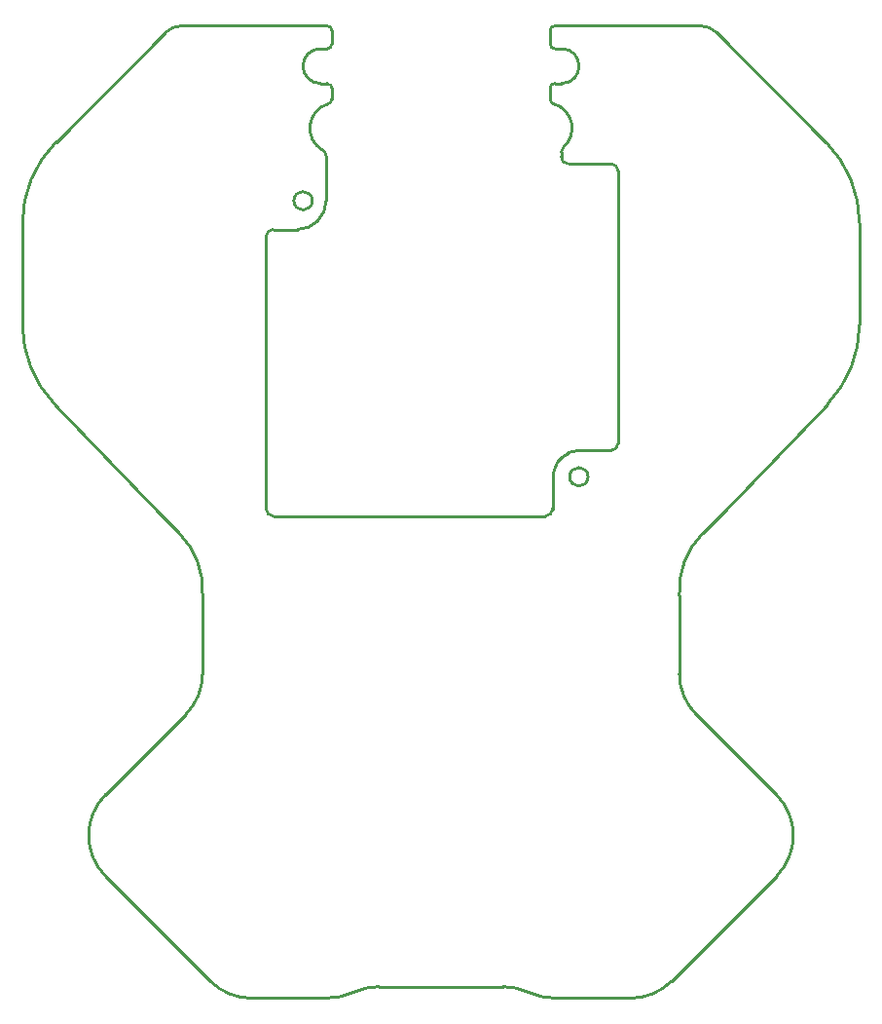
<source format=gbr>
%TF.GenerationSoftware,KiCad,Pcbnew,(6.0.8)*%
%TF.CreationDate,2023-01-17T07:54:51-05:00*%
%TF.ProjectId,K1+K2 Carabiner for Mosquito,4b312b4b-3220-4436-9172-6162696e6572,rev?*%
%TF.SameCoordinates,Original*%
%TF.FileFunction,Profile,NP*%
%FSLAX46Y46*%
G04 Gerber Fmt 4.6, Leading zero omitted, Abs format (unit mm)*
G04 Created by KiCad (PCBNEW (6.0.8)) date 2023-01-17 07:54:51*
%MOMM*%
%LPD*%
G01*
G04 APERTURE LIST*
%TA.AperFunction,Profile*%
%ADD10C,0.250000*%
%TD*%
%ADD11C,0.250000*%
G04 APERTURE END LIST*
D10*
X72571432Y-43080268D02*
G75*
G03*
X73171432Y-43680268I599968J-32D01*
G01*
X39337684Y-75778962D02*
X37634954Y-74076232D01*
X98506522Y-48843976D02*
X98506522Y-57625089D01*
X52106522Y-116180280D02*
G75*
G03*
X54606109Y-115634813I-22J5999980D01*
G01*
X52606532Y-37080268D02*
G75*
G03*
X52206521Y-36680268I-399432J568D01*
G01*
D11*
X71980362Y-69991432D02*
X71896095Y-70230454D01*
X71838409Y-70478363D01*
X71808286Y-70732052D01*
X71803823Y-70874344D01*
D10*
X82840501Y-87987508D02*
X82840501Y-81192672D01*
X67523946Y-115180268D02*
X56689098Y-115180268D01*
X95721339Y-64549430D02*
G75*
G03*
X98506522Y-57625089I-7214929J6924380D01*
G01*
X52606521Y-32080268D02*
X52606521Y-33280268D01*
X82840495Y-87987508D02*
G75*
G03*
X84304967Y-91523042I5000005J8D01*
G01*
X52106522Y-116180268D02*
X45606190Y-116180268D01*
X72006522Y-36680268D02*
X72606522Y-36680268D01*
X47506522Y-74280268D02*
X71203823Y-74280268D01*
X52314225Y-38461543D02*
G75*
G03*
X52606521Y-38076271I-107725J385243D01*
G01*
X71606533Y-38076271D02*
G75*
G03*
X71898830Y-38461502I399967J-29D01*
G01*
X37634954Y-74076232D02*
X28491708Y-64549428D01*
D11*
X72830395Y-68960214D02*
X72626560Y-69112933D01*
X72480431Y-69246517D01*
D10*
X25706523Y-57625089D02*
G75*
G03*
X28491708Y-64549428I9999977J-11D01*
G01*
X86070736Y-32266054D02*
X95577590Y-41772909D01*
X25706522Y-48843976D02*
X25706522Y-57625089D01*
X52314214Y-38461505D02*
G75*
G03*
X51809317Y-42487136I592306J-2118765D01*
G01*
X72106522Y-116180268D02*
X78606854Y-116180268D01*
X52206521Y-33680221D02*
G75*
G03*
X52606521Y-33280268I579J399421D01*
G01*
D11*
X74108271Y-68577483D02*
X73854312Y-68590651D01*
X73660000Y-68620000D01*
D10*
X28635456Y-41772911D02*
G75*
G03*
X25706522Y-48843976I7071064J-7071069D01*
G01*
X46906522Y-49984242D02*
X46906522Y-73680268D01*
X77506522Y-44280268D02*
X77506522Y-67975478D01*
X50912019Y-46883877D02*
G75*
G03*
X50912019Y-46883877I-800000J0D01*
G01*
X51606521Y-33680272D02*
G75*
G03*
X51606521Y-36680268I-1J-1499998D01*
G01*
X72771839Y-42221318D02*
G75*
G03*
X71898830Y-38461502I-1465339J1641018D01*
G01*
X52606521Y-37080268D02*
X52606521Y-38076271D01*
X91284521Y-105573664D02*
G75*
G03*
X91284523Y-98502598I-3535541J3535534D01*
G01*
X71803823Y-70874344D02*
X71803823Y-73680268D01*
X77506532Y-44280268D02*
G75*
G03*
X76906522Y-43680268I-600032J-32D01*
G01*
X72771804Y-42221279D02*
G75*
G03*
X72571432Y-42668834I399796J-447621D01*
G01*
D11*
X72193701Y-69593341D02*
X72063810Y-69812606D01*
X71980362Y-69991432D01*
D10*
X52110098Y-43007190D02*
G75*
G03*
X51809317Y-42487136I-599998J-10D01*
G01*
X74900025Y-70874171D02*
G75*
G03*
X74900025Y-70874171I-800000J0D01*
G01*
X72006522Y-31680322D02*
G75*
G03*
X71606522Y-32080268I-22J-399978D01*
G01*
X76906952Y-68575478D02*
X74108271Y-68577483D01*
X71203823Y-74280323D02*
G75*
G03*
X71803823Y-73680268I-23J600023D01*
G01*
X91284523Y-98502598D02*
X84304967Y-91523042D01*
X47506522Y-49384222D02*
G75*
G03*
X46906522Y-49984242I-22J-599978D01*
G01*
X51606521Y-36680268D02*
X52206521Y-36680268D01*
X98506532Y-48843976D02*
G75*
G03*
X95577590Y-41772909I-10000032J-24D01*
G01*
X69606932Y-115634819D02*
G75*
G03*
X72106522Y-116180268I2499568J5454519D01*
G01*
X84875361Y-75778963D02*
G75*
G03*
X82840501Y-81192672I4949559J-4949677D01*
G01*
X49632421Y-49384186D02*
G75*
G03*
X52110080Y-46884914I-21721J2499286D01*
G01*
X56689098Y-115180261D02*
G75*
G03*
X54606109Y-115634813I2J-4999939D01*
G01*
X38142308Y-32266054D02*
X28635454Y-41772909D01*
X52206521Y-33680268D02*
X51606521Y-33680268D01*
X32928521Y-98502598D02*
X39908077Y-91523042D01*
D11*
X73227559Y-68750079D02*
X72998854Y-68858691D01*
X72830395Y-68960214D01*
D10*
X82142388Y-114715802D02*
X91284523Y-105573666D01*
X78606854Y-116180274D02*
G75*
G03*
X82142388Y-114715802I46J4999874D01*
G01*
X72571432Y-42668834D02*
X72571432Y-43080268D01*
X72606522Y-33680268D02*
X72006522Y-33680268D01*
X39556522Y-31680292D02*
G75*
G03*
X38142308Y-32266054I-22J-2000008D01*
G01*
X72006522Y-31680268D02*
X84656522Y-31680268D01*
X86656522Y-73994510D02*
X95721336Y-64549428D01*
X84875360Y-75778962D02*
X86656522Y-73997800D01*
X39908082Y-91523047D02*
G75*
G03*
X41372543Y-87987508I-3535582J3535547D01*
G01*
X52110080Y-46884914D02*
X52110080Y-43007190D01*
D11*
X72480431Y-69246517D02*
X72310976Y-69434322D01*
X72193701Y-69593341D01*
D10*
X47506522Y-49384242D02*
X49632421Y-49384242D01*
X42070668Y-114715790D02*
G75*
G03*
X45606190Y-116180268I3535532J3535490D01*
G01*
X72006522Y-36680322D02*
G75*
G03*
X71606522Y-37080268I-522J-399478D01*
G01*
X71606522Y-38076271D02*
X71606522Y-37080268D01*
X46906532Y-73680268D02*
G75*
G03*
X47506522Y-74280268I599968J-32D01*
G01*
X86070731Y-32266059D02*
G75*
G03*
X84656522Y-31680268I-1414231J-1414241D01*
G01*
X52206521Y-31680268D02*
X39556522Y-31680268D01*
X69606936Y-115634812D02*
G75*
G03*
X67523946Y-115180268I-2083036J-4545688D01*
G01*
D11*
X73660000Y-68620000D02*
X73413913Y-68682726D01*
X73227559Y-68750079D01*
D10*
X52606532Y-32080268D02*
G75*
G03*
X52206521Y-31680268I-400032J-32D01*
G01*
X71606522Y-33280268D02*
X71606522Y-32080268D01*
X41372526Y-81192671D02*
G75*
G03*
X39337684Y-75778962I-6984626J463971D01*
G01*
X73171432Y-43680268D02*
X76906522Y-43680268D01*
X86656522Y-73994510D02*
X86656522Y-73997800D01*
X42070656Y-114715802D02*
X32928521Y-105573666D01*
X32928519Y-98502596D02*
G75*
G03*
X32928521Y-105573666I3535541J-3535534D01*
G01*
X71606532Y-33280268D02*
G75*
G03*
X72006522Y-33680268I399468J-532D01*
G01*
X76906952Y-68575522D02*
G75*
G03*
X77506522Y-67975478I-452J600022D01*
G01*
X72606522Y-36680332D02*
G75*
G03*
X72606522Y-33680268I-22J1500032D01*
G01*
X41372543Y-87987508D02*
X41372543Y-81192672D01*
M02*

</source>
